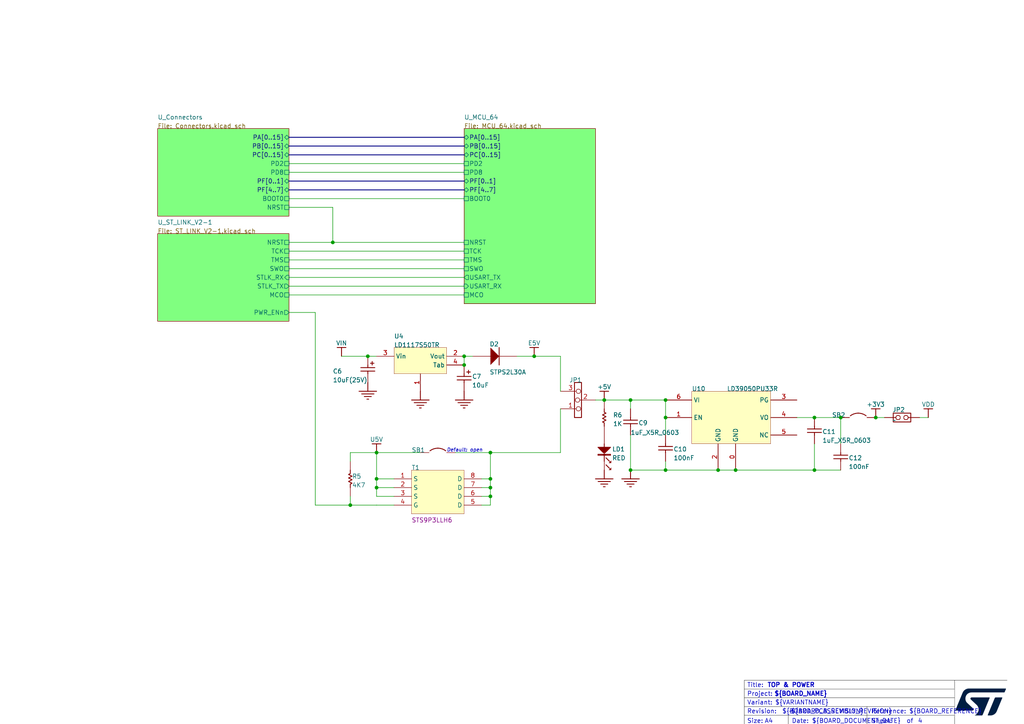
<source format=kicad_sch>
(kicad_sch (version 20231120) (generator "eeschema") (generator_version "8.0")
  (paper "A4")
  (title_block (title "TOP & POWER") (rev "C.3"))
  (lib_symbols
    (symbol "Project_Overview-altium-import:+3V3_BAR" (power)
      (property "Reference" "#PWR" (at 0 0 0))
      (property "Value" "+3V3" (at 0 3.81 0))
      (symbol "+3V3_BAR_0_0"
        (polyline (pts (xy -1.27 -2.54) (xy 1.27 -2.54)) (stroke (width 0.254)))
        (polyline (pts (xy 0 0) (xy 0 -2.54)) (stroke (width 0.254)))
        (pin power_in line (at 0 0 0) (length 0) hide (name "+3V3") (number ""))
      )
    )
    (symbol "Project_Overview-altium-import:+5V_BAR" (power)
      (property "Reference" "#PWR" (at 0 0 0))
      (property "Value" "+5V" (at 0 3.81 0))
      (symbol "+5V_BAR_0_0"
        (polyline (pts (xy -1.27 -2.54) (xy 1.27 -2.54)) (stroke (width 0.254)))
        (polyline (pts (xy 0 0) (xy 0 -2.54)) (stroke (width 0.254)))
        (pin power_in line (at 0 0 0) (length 0) hide (name "+5V") (number ""))
      )
    )
    (symbol "Project_Overview-altium-import:E5V_BAR" (power)
      (property "Reference" "#PWR" (at 0 0 0))
      (property "Value" "E5V" (at 0 3.81 0))
      (symbol "E5V_BAR_0_0"
        (polyline (pts (xy -1.27 -2.54) (xy 1.27 -2.54)) (stroke (width 0.254)))
        (polyline (pts (xy 0 0) (xy 0 -2.54)) (stroke (width 0.254)))
        (pin power_in line (at 0 0 0) (length 0) hide (name "E5V") (number ""))
      )
    )
    (symbol "Project_Overview-altium-import:GND_POWER_GROUND" (power)
      (property "Reference" "#PWR" (at 0 0 0))
      (property "Value" "GND" (at 0 6.35 0))
      (symbol "GND_POWER_GROUND_0_0"
        (polyline (pts (xy -2.54 -2.54) (xy 2.54 -2.54)) (stroke (width 0.254)))
        (polyline (pts (xy -1.778 -3.302) (xy 1.778 -3.302)) (stroke (width 0.254)))
        (polyline (pts (xy -1.016 -4.064) (xy 1.016 -4.064)) (stroke (width 0.254)))
        (polyline (pts (xy -0.254 -4.826) (xy 0.254 -4.826)) (stroke (width 0.254)))
        (polyline (pts (xy 0 0) (xy 0 -2.54)) (stroke (width 0.254)))
        (pin power_in line (at 0 0 0) (length 0) hide (name "GND") (number ""))
      )
    )
    (symbol "Project_Overview-altium-import:U5V_BAR" (power)
      (property "Reference" "#PWR" (at 0 0 0))
      (property "Value" "U5V" (at 0 3.81 0))
      (symbol "U5V_BAR_0_0"
        (polyline (pts (xy -1.27 -2.54) (xy 1.27 -2.54)) (stroke (width 0.254)))
        (polyline (pts (xy 0 0) (xy 0 -2.54)) (stroke (width 0.254)))
        (pin power_in line (at 0 0 0) (length 0) hide (name "U5V") (number ""))
      )
    )
    (symbol "Project_Overview-altium-import:U_Top_0_Circuit Breaker"
      (symbol "U_Top_0_Circuit Breaker_1_0"
        (arc (start 2.54 -1.27) (mid 1.3352 -1.4655) (end 0.254 -2.032) (stroke (width 0.254)))
        (arc (start 4.826 -2.032) (mid 3.7448 -1.4655) (end 2.54 -1.27) (stroke (width 0.254)))
        (pin passive line (at -2.54 -2.54 0) (length 2.54) (name "1") (number "1"))
        (pin passive line (at 7.62 -2.54 180) (length 2.54) (name "2") (number "2"))
      )
    )
    (symbol "Project_Overview-altium-import:U_Top_0_JP2"
      (symbol "U_Top_0_JP2_1_0"
        (polyline (pts (xy -2.54 1.27) (xy 2.54 1.27) (xy 2.54 -1.27) (xy -2.54 -1.27) (xy -2.54 1.27)) (stroke (width 0.254)))
        (pin passive inverted (at -5.08 0 0) (length 4.572) (name "COMMON") (number "1"))
        (pin passive inverted (at 5.08 0 180) (length 4.572) (name "NO") (number "2"))
      )
    )
    (symbol "Project_Overview-altium-import:U_Top_0_Jumper3"
      (symbol "U_Top_0_Jumper3_1_0"
        (polyline (pts (xy 1.016 0) (xy -1.016 0) (xy -1.016 -10.16) (xy 1.016 -10.16) (xy 1.016 0)) (stroke (width 0.254)))
        (pin passive inverted (at -5.08 -7.62 0) (length 5.842) (name "") (number "1"))
        (pin passive inverted (at 5.08 -5.08 180) (length 5.842) (name "") (number "2"))
        (pin passive inverted (at -5.08 -2.54 0) (length 5.842) (name "") (number "3"))
      )
    )
    (symbol "Project_Overview-altium-import:U_Top_0_LD1117_0"
      (symbol "U_Top_0_LD1117_0_1_0"
        (rectangle (start 7.62 2.54) (end -7.62 -5.08) (stroke (width 0.0254) (color 128 0 0 1)) (fill (type background)))
        (pin passive line (at 0 -10.16 90) (length 5.08) (name "") (number "1"))
        (pin power_in line (at 12.7 0 180) (length 5.08) (name "Vout") (number "2"))
        (pin input line (at -12.7 0 0) (length 5.08) (name "Vin") (number "3"))
        (pin power_in line (at 12.7 -2.54 180) (length 5.08) (name "Tab") (number "4"))
      )
    )
    (symbol "Project_Overview-altium-import:U_Top_0_LD39050P_0"
      (symbol "U_Top_0_LD39050P_0_1_0"
        (rectangle (start 22.86 0) (end 0 -15.24) (stroke (width 0.0254) (color 128 0 0 1)) (fill (type background)))
        (pin passive line (at 12.7 -22.86 90) (length 7.62) (name "GND") (number "0"))
        (pin passive line (at -7.62 -7.62 0) (length 7.62) (name "EN") (number "1"))
        (pin passive line (at 7.62 -22.86 90) (length 7.62) (name "GND") (number "2"))
        (pin passive line (at 30.48 -2.54 180) (length 7.62) (name "PG") (number "3"))
        (pin passive line (at 30.48 -7.62 180) (length 7.62) (name "VO") (number "4"))
        (pin passive line (at 30.48 -12.7 180) (length 7.62) (name "NC") (number "5"))
        (pin passive line (at -7.62 -2.54 0) (length 7.62) (name "VI") (number "6"))
      )
    )
    (symbol "Project_Overview-altium-import:U_Top_0_PHOTO_0"
      (symbol "U_Top_0_PHOTO_0_1_0"
        (polyline (pts (xy -1.778 -5.588) (xy -1.778 -5.842)) (stroke (width 0.254)))
        (polyline (pts (xy -1.27 -3.556) (xy -1.27 -4.064)) (stroke (width 0.254)))
        (polyline (pts (xy -1.016 -3.556) (xy -1.016 -4.318)) (stroke (width 0.254)))
        (polyline (pts (xy -0.762 -3.556) (xy -0.762 -4.572)) (stroke (width 0.254)))
        (polyline (pts (xy -0.508 -3.556) (xy -0.508 -4.826)) (stroke (width 0.254)))
        (polyline (pts (xy -0.254 -5.588) (xy -0.254 -5.842)) (stroke (width 0.254)))
        (polyline (pts (xy -0.254 -5.08) (xy -1.778 -3.556)) (stroke (width 0.254)))
        (polyline (pts (xy -0.254 -3.556) (xy -0.254 -5.08)) (stroke (width 0.254)))
        (polyline (pts (xy 0 -2.54) (xy 0 -7.62)) (stroke (width 0.254)))
        (polyline (pts (xy 0.254 -5.588) (xy 0.254 -5.842)) (stroke (width 0.254)))
        (polyline (pts (xy 0.254 -5.08) (xy -0.254 -5.08)) (stroke (width 0.254)))
        (polyline (pts (xy 0.254 -3.556) (xy 0.254 -5.08)) (stroke (width 0.254)))
        (polyline (pts (xy 0.508 -8.636) (xy 1.524 -9.652)) (stroke (width 0.254)))
        (polyline (pts (xy 0.508 -6.604) (xy 1.524 -7.62)) (stroke (width 0.254)))
        (polyline (pts (xy 0.508 -4.826) (xy -0.508 -4.826)) (stroke (width 0.254)))
        (polyline (pts (xy 0.508 -3.556) (xy 0.508 -4.826)) (stroke (width 0.254)))
        (polyline (pts (xy 0.762 -4.572) (xy -0.762 -4.572)) (stroke (width 0.254)))
        (polyline (pts (xy 0.762 -3.556) (xy 0.762 -4.572)) (stroke (width 0.254)))
        (polyline (pts (xy 1.016 -4.318) (xy -1.016 -4.318)) (stroke (width 0.254)))
        (polyline (pts (xy 1.016 -3.556) (xy 1.016 -4.318)) (stroke (width 0.254)))
        (polyline (pts (xy 1.27 -4.064) (xy -1.27 -4.064)) (stroke (width 0.254)))
        (polyline (pts (xy 1.27 -3.556) (xy 1.27 -4.064)) (stroke (width 0.254)))
        (polyline (pts (xy 1.524 -3.81) (xy -1.524 -3.81)) (stroke (width 0.254)))
        (polyline (pts (xy 1.778 -5.842) (xy -1.778 -5.842)) (stroke (width 0.254)))
        (polyline (pts (xy 1.778 -5.588) (xy -1.778 -5.588)) (stroke (width 0.254)))
        (polyline (pts (xy 1.778 -5.588) (xy 1.778 -5.842)) (stroke (width 0.254)))
        (polyline (pts (xy 1.778 -3.556) (xy -1.778 -3.556)) (stroke (width 0.254)))
        (polyline (pts (xy 1.778 -3.556) (xy 0.254 -5.08)) (stroke (width 0.254)))
        (polyline (pts (xy 2.032 -9.398) (xy 2.032 -10.16) (xy 1.27 -10.16) (xy 2.032 -9.398)) (stroke (width -0.0001)) (fill (type outline)))
        (polyline (pts (xy 2.032 -7.366) (xy 2.032 -8.128) (xy 1.27 -8.128) (xy 2.032 -7.366)) (stroke (width -0.0001)) (fill (type outline)))
        (pin passive line (at 0 0 270) (length 2.54) (name "") (number "1"))
        (pin passive line (at 0 -10.16 90) (length 2.54) (name "") (number "2"))
      )
    )
    (symbol "Project_Overview-altium-import:U_Top_0_STPS2L30A"
      (symbol "U_Top_0_STPS2L30A_1_0"
        (polyline (pts (xy 2.54 0) (xy 2.54 -5.08)) (stroke (width 0.254)))
        (polyline (pts (xy 0 -5.08) (xy 2.54 -2.54) (xy 0 0) (xy 0 -5.08)) (stroke (width -0.0001)) (fill (type outline)))
        (pin passive line (at -5.08 -2.54 0) (length 5.08) (name "A") (number "1"))
        (pin passive line (at 7.62 -2.54 180) (length 5.08) (name "K") (number "2"))
      )
    )
    (symbol "Project_Overview-altium-import:U_Top_0_TRANS_P-CHANNEL_STS9P3LLH6"
      (symbol "U_Top_0_TRANS_P-CHANNEL_STS9P3LLH6_1_0"
        (rectangle (start 15.214 -0.001) (end -0.026 -12.701) (stroke (width 0.0254) (color 128 0 0 1)) (fill (type background)))
        (pin passive line (at -5.106 -2.541 0) (length 5.08) (name "S") (number "1"))
        (pin passive line (at -5.106 -5.081 0) (length 5.08) (name "S") (number "2"))
        (pin passive line (at -5.106 -7.621 0) (length 5.08) (name "S") (number "3"))
        (pin passive line (at -5.106 -10.161 0) (length 5.08) (name "G") (number "4"))
        (pin passive line (at 20.294 -10.161 180) (length 5.08) (name "D") (number "5"))
        (pin passive line (at 20.294 -7.621 180) (length 5.08) (name "D") (number "6"))
        (pin passive line (at 20.32 -5.08 180) (length 5.08) (name "D") (number "7"))
        (pin passive line (at 20.294 -2.541 180) (length 5.08) (name "D") (number "8"))
      )
    )
    (symbol "Project_Overview-altium-import:U_Top_1_Capacitor_ST"
      (symbol "U_Top_1_Capacitor_ST_1_0"
        (polyline (pts (xy 0.508 1.778) (xy 4.572 1.778)) (stroke (width 0.254)))
        (polyline (pts (xy 2.54 0) (xy 2.54 0.762)) (stroke (width 0.254)))
        (polyline (pts (xy 2.54 2.54) (xy 2.54 1.778)) (stroke (width 0.254)))
        (polyline (pts (xy 4.572 0.762) (xy 0.508 0.762)) (stroke (width 0.254)))
        (pin passive line (at 2.54 -2.54 90) (length 2.54) (name "1") (number "1"))
        (pin passive line (at 2.54 5.08 270) (length 2.54) (name "2") (number "2"))
      )
    )
    (symbol "Project_Overview-altium-import:U_Top_1_Resistor_ST"
      (symbol "U_Top_1_Resistor_ST_1_0"
        (polyline (pts (xy 2.54 5.08) (xy 2.54 4.064) (xy 3.048 3.81) (xy 2.032 3.302) (xy 3.048 2.794) (xy 2.032 2.286) (xy 3.048 1.778) (xy 2.032 1.27) (xy 2.54 1.016) (xy 2.54 0)) (stroke (width 0.254)))
        (pin passive line (at 2.54 -2.54 90) (length 2.54) (name "1") (number "1"))
        (pin passive line (at 2.54 7.62 270) (length 2.54) (name "2") (number "2"))
      )
    )
    (symbol "Project_Overview-altium-import:U_Top_1_mirrored_Res1_0"
      (symbol "U_Top_1_mirrored_Res1_0_1_0"
        (polyline (pts (xy 2.54 -5.08) (xy 2.54 -4.064) (xy 3.048 -3.81) (xy 2.032 -3.302) (xy 3.048 -2.794) (xy 2.032 -2.286) (xy 3.048 -1.778) (xy 2.032 -1.27) (xy 2.54 -1.016) (xy 2.54 0)) (stroke (width 0.254)))
        (pin passive line (at 2.54 2.54 270) (length 2.54) (name "1") (number "1"))
        (pin passive line (at 2.54 -7.62 90) (length 2.54) (name "2") (number "2"))
      )
    )
    (symbol "Project_Overview-altium-import:U_Top_3_CAP SMD 0603  X5R 1µF 25V 10%"
      (symbol "U_Top_3_CAP SMD 0603  X5R 1µF 25V 10%_1_0"
        (polyline (pts (xy -2.032 -3.302) (xy 2.032 -3.302)) (stroke (width 0.254)))
        (polyline (pts (xy 0 -5.08) (xy 0 -4.318)) (stroke (width 0.254)))
        (polyline (pts (xy 0 -2.54) (xy 0 -3.302)) (stroke (width 0.254)))
        (polyline (pts (xy 2.032 -4.318) (xy -2.032 -4.318)) (stroke (width 0.254)))
        (pin passive line (at 0 0 270) (length 2.54) (name "1") (number "1"))
        (pin passive line (at 0 -7.62 90) (length 2.54) (name "2") (number "2"))
      )
    )
    (symbol "Project_Overview-altium-import:U_Top_3_Cap Pol1"
      (symbol "U_Top_3_Cap Pol1_1_0"
        (polyline (pts (xy -4.572 -1.778) (xy -0.508 -1.778)) (stroke (width 0.254)))
        (polyline (pts (xy -4.572 -0.762) (xy -0.508 -0.762)) (stroke (width 0.254)))
        (polyline (pts (xy -2.54 -2.54) (xy -2.54 -1.778)) (stroke (width 0.254)))
        (polyline (pts (xy -2.54 0) (xy -2.54 -0.762)) (stroke (width 0.254)))
        (polyline (pts (xy -1.778 0.508) (xy -0.762 0.508)) (stroke (width 0.254)))
        (polyline (pts (xy -1.27 0) (xy -1.27 1.016)) (stroke (width 0.254)))
        (pin passive line (at -2.54 2.54 270) (length 2.54) (name "1") (number "1"))
        (pin passive line (at -2.54 -5.08 90) (length 2.54) (name "2") (number "2"))
      )
    )
    (symbol "Project_Overview-altium-import:VDD_BAR" (power)
      (property "Reference" "#PWR" (at 0 0 0))
      (property "Value" "VDD" (at 0 3.81 0))
      (symbol "VDD_BAR_0_0"
        (polyline (pts (xy -1.27 -2.54) (xy 1.27 -2.54)) (stroke (width 0.254)))
        (polyline (pts (xy 0 0) (xy 0 -2.54)) (stroke (width 0.254)))
        (pin power_in line (at 0 0 0) (length 0) hide (name "VDD") (number ""))
      )
    )
    (symbol "Project_Overview-altium-import:VIN_BAR" (power)
      (property "Reference" "#PWR" (at 0 0 0))
      (property "Value" "VIN" (at 0 3.81 0))
      (symbol "VIN_BAR_0_0"
        (polyline (pts (xy -1.27 -2.54) (xy 1.27 -2.54)) (stroke (width 0.254)))
        (polyline (pts (xy 0 0) (xy 0 -2.54)) (stroke (width 0.254)))
        (pin power_in line (at 0 0 0) (length 0) hide (name "VIN") (number ""))
      )
    )
  )
  (junction (at 134.62 103.3272))
  (junction (at 213.36 136.3472))
  (junction (at 182.88 136.3472))
  (junction (at 109.22 141.4282))
  (junction (at 193.04 121.1072))
  (junction (at 154.94 103.3272))
  (junction (at 106.68 103.3272))
  (junction (at 142.24 143.9682))
  (junction (at 96.52 70.3072))
  (junction (at 142.24 138.8882))
  (junction (at 142.24 141.4272))
  (junction (at 236.22 136.3472))
  (junction (at 101.6 146.5072))
  (junction (at 109.22 138.8872))
  (junction (at 193.04 116.0272))
  (junction (at 134.62 105.8672))
  (junction (at 182.88 116.0272))
  (junction (at 236.22 121.1072))
  (junction (at 142.24 131.2672))
  (junction (at 254 121.1072))
  (junction (at 208.28 136.3472))
  (junction (at 175.26 116.0272))
  (junction (at 193.04 136.3472))
  (junction (at 243.84 121.1072))
  (junction (at 109.22 131.2672))
  (polyline (pts (xy 228.6 207.4672) (xy 228.6 210.0072)) (stroke (width 0.0254) (type solid) (color 0 0 0 1)))
  (wire (pts (xy 109.22 143.9682) (xy 114.274 143.9682)))
  (wire (pts (xy 83.82 85.5472) (xy 134.62 85.5472)))
  (polyline (pts (xy 251.46 204.9272) (xy 251.46 210.0072)) (stroke (width 0.0254) (type solid) (color 0 0 0 1)))
  (bus (pts (xy 83.82 39.8272) (xy 134.62 39.8272)) (stroke (width 0.254)))
  (wire (pts (xy 83.82 47.4472) (xy 134.62 47.4472)))
  (wire (pts (xy 142.24 131.2672) (xy 162.56 131.2672)))
  (wire (pts (xy 109.22 138.8872) (xy 109.22 141.4282)))
  (wire (pts (xy 134.62 103.3272) (xy 137.16 103.3272)))
  (wire (pts (xy 91.44 90.6272) (xy 91.44 146.5072)))
  (bus (pts (xy 83.82 42.3672) (xy 134.62 42.3672)) (stroke (width 0.254)))
  (wire (pts (xy 101.6 143.9672) (xy 101.6 146.5072)))
  (wire (pts (xy 91.44 146.5072) (xy 101.6 146.5072)))
  (wire (pts (xy 101.6 146.5072) (xy 109.22 146.5072)))
  (wire (pts (xy 142.24 146.5082) (xy 139.674 146.5082)))
  (wire (pts (xy 99.06 103.3272) (xy 106.68 103.3272)))
  (wire (pts (xy 142.24 138.8882) (xy 142.24 141.4272)))
  (wire (pts (xy 106.68 103.3272) (xy 109.22 103.3272)))
  (polyline (pts (xy 292.1 197.3072) (xy 215.9 197.3072)) (stroke (width 0.0254) (type solid) (color 0 0 0 1)))
  (wire (pts (xy 193.04 121.1072) (xy 193.04 116.0272)))
  (bus (pts (xy 83.82 52.5272) (xy 134.62 52.5272)) (stroke (width 0.254)))
  (wire (pts (xy 142.24 143.9682) (xy 142.24 146.5082)))
  (wire (pts (xy 83.82 60.1472) (xy 96.52 60.1472)))
  (wire (pts (xy 236.22 128.7272) (xy 236.22 136.3472)))
  (wire (pts (xy 142.24 143.9682) (xy 139.674 143.9682)))
  (wire (pts (xy 83.82 83.0072) (xy 134.62 83.0072)))
  (wire (pts (xy 162.56 131.2672) (xy 162.56 118.5672)))
  (wire (pts (xy 83.82 77.9272) (xy 134.62 77.9272)))
  (wire (pts (xy 109.22 146.5082) (xy 114.274 146.5082)))
  (wire (pts (xy 109.22 146.5072) (xy 109.22 146.5082)))
  (wire (pts (xy 109.22 141.4282) (xy 114.274 141.4282)))
  (wire (pts (xy 193.04 136.3472) (xy 208.28 136.3472)))
  (wire (pts (xy 243.84 128.7272) (xy 243.84 121.1072)))
  (wire (pts (xy 193.04 116.0272) (xy 182.88 116.0272)))
  (wire (pts (xy 236.22 121.1072) (xy 231.14 121.1072)))
  (wire (pts (xy 83.82 80.4672) (xy 134.62 80.4672)))
  (polyline (pts (xy 276.86 197.3072) (xy 276.86 210.0072)) (stroke (width 0.0254) (type solid) (color 0 0 0 1)))
  (wire (pts (xy 175.26 116.0272) (xy 172.72 116.0272)))
  (wire (pts (xy 83.82 49.9872) (xy 134.62 49.9872)))
  (wire (pts (xy 154.94 103.3272) (xy 149.86 103.3272)))
  (wire (pts (xy 132.08 131.2672) (xy 142.24 131.2672)))
  (wire (pts (xy 83.82 72.8472) (xy 134.62 72.8472)))
  (wire (pts (xy 109.22 131.2672) (xy 121.92 131.2672)))
  (wire (pts (xy 109.22 138.8872) (xy 114.274 138.8882)))
  (wire (pts (xy 96.52 60.1472) (xy 96.52 70.3072)))
  (wire (pts (xy 96.52 70.3072) (xy 134.62 70.3072)))
  (wire (pts (xy 193.04 136.3472) (xy 193.04 133.8072)))
  (wire (pts (xy 142.24 131.2672) (xy 142.24 138.8882)))
  (wire (pts (xy 109.22 131.2672) (xy 109.22 138.8872)))
  (wire (pts (xy 101.6 133.8072) (xy 101.6 131.2672)))
  (polyline (pts (xy 215.9 204.9272) (xy 276.86 204.9272)) (stroke (width 0.0254) (type solid) (color 0 0 0 1)))
  (wire (pts (xy 243.84 121.1072) (xy 236.22 121.1072)))
  (wire (pts (xy 139.674 138.8882) (xy 142.24 138.8882)))
  (wire (pts (xy 162.56 113.4872) (xy 162.56 103.3272)))
  (wire (pts (xy 83.82 75.3872) (xy 134.62 75.3872)))
  (wire (pts (xy 83.82 57.6072) (xy 134.62 57.6072)))
  (wire (pts (xy 236.22 136.3472) (xy 243.84 136.3472)))
  (wire (pts (xy 269.24 121.1072) (xy 266.7 121.1072)))
  (wire (pts (xy 213.36 136.3472) (xy 236.22 136.3472)))
  (wire (pts (xy 142.24 141.4272) (xy 142.24 143.9682)))
  (bus (pts (xy 83.82 55.0672) (xy 134.62 55.0672)) (stroke (width 0.254)))
  (wire (pts (xy 142.24 141.4272) (xy 139.7 141.4272)))
  (wire (pts (xy 101.6 131.2672) (xy 109.22 131.2672)))
  (polyline (pts (xy 215.9 207.4672) (xy 276.86 207.4672)) (stroke (width 0.0254) (type solid) (color 0 0 0 1)))
  (wire (pts (xy 256.54 121.1072) (xy 254 121.1072)))
  (wire (pts (xy 83.82 70.3072) (xy 96.52 70.3072)))
  (wire (pts (xy 182.88 136.3472) (xy 193.04 136.3472)))
  (polyline (pts (xy 215.9 197.3072) (xy 215.9 210.0072)) (stroke (width 0.0254) (type solid) (color 0 0 0 1)))
  (wire (pts (xy 134.62 105.8672) (xy 134.62 103.3272)))
  (wire (pts (xy 109.22 141.4282) (xy 109.22 143.9682)))
  (wire (pts (xy 83.82 90.6272) (xy 91.44 90.6272)))
  (wire (pts (xy 182.88 116.0272) (xy 182.88 118.5672)))
  (wire (pts (xy 193.04 126.1872) (xy 193.04 121.1072)))
  (bus (pts (xy 83.82 44.9072) (xy 134.62 44.9072)) (stroke (width 0.254)))
  (wire (pts (xy 162.56 103.3272) (xy 154.94 103.3272)))
  (wire (pts (xy 208.28 136.3472) (xy 213.36 136.3472)))
  (wire (pts (xy 182.88 126.1872) (xy 182.88 136.3472)))
  (polyline (pts (xy 276.86 199.8472) (xy 215.9 199.8472)) (stroke (width 0.0254) (type solid) (color 0 0 0 1)))
  (polyline (pts (xy 215.9 202.3872) (xy 276.86 202.3872)) (stroke (width 0.0254) (type solid) (color 0 0 0 1)))
  (wire (pts (xy 182.88 116.0272) (xy 175.26 116.0272)))
  (image (at 284.442 203.6397) (scale 0.173094))
  (text "Reference:" (at 252.73 207.2132 0) (effects (font (size 1.27 1.27)) (justify left bottom)))
  (text "of" (at 262.89 210.0072 0) (effects (font (size 1.27 1.27)) (justify left bottom)))
  (text "${TITLE}" (at 222.504 199.5932 0) (effects (font (size 1.27 1.27) (thickness 0.254) (bold yes)) (justify left bottom)))
  (text "${BOARD_DOCUMENT_DATE}" (at 235.458 210.0072 0) (effects (font (size 1.27 1.27)) (justify left bottom)))
  (text "Date:" (at 229.616 210.0072 0) (effects (font (size 1.27 1.27)) (justify left bottom)))
  (text "${#}" (at 259.588 210.0072 0) (effects (font (size 1.27 1.27)) (justify left bottom)))
  (text "A4" (at 221.742 210.0072 0) (effects (font (size 1.27 1.27)) (justify left bottom)))
  (text "Title:" (at 216.662 199.5932 0) (effects (font (size 1.27 1.27)) (justify left bottom)))
  (text "${BOARD_ASSEMBLY_REVISION}" (at 229.362 207.2132 0) (effects (font (size 1.27 1.27)) (justify left bottom)))
  (text "-" (at 228.6 207.2132 0) (effects (font (size 1.27 1.27)) (justify left bottom)))
  (text "Default: open" (at 129.54 131.2672 0) (effects (font (size 1.016 1.016) (italic yes)) (justify left bottom)))
  (text "Variant:" (at 216.662 204.6732 0) (effects (font (size 1.27 1.27)) (justify left bottom)))
  (text "${BOARD_REFERENCE}" (at 263.652 207.2132 0) (effects (font (size 1.27 1.27)) (justify left bottom)))
  (text "${BOARD_PCB_REVISION}" (at 226.822 207.2132 0) (effects (font (size 1.27 1.27)) (justify left bottom)))
  (text "Sheet:" (at 252.73 210.0072 0) (effects (font (size 1.27 1.27)) (justify left bottom)))
  (text "${##}" (at 266.192 210.0072 0) (effects (font (size 1.27 1.27)) (justify left bottom)))
  (text "Size:" (at 216.662 210.0072 0) (effects (font (size 1.27 1.27)) (justify left bottom)))
  (text "${VARIANTNAME}" (at 224.79 204.6732 0) (effects (font (size 1.27 1.27)) (justify left bottom)))
  (text "Project:" (at 216.662 202.1332 0) (effects (font (size 1.27 1.27)) (justify left bottom)))
  (text "${BOARD_NAME}" (at 224.536 202.1332 0) (effects (font (size 1.27 1.27) (thickness 0.254) (bold yes)) (justify left bottom)))
  (text "Revision:" (at 216.662 207.2132 0) (effects (font (size 1.27 1.27)) (justify left bottom)))
  (symbol (lib_id "Project_Overview-altium-import:U_Top_1_Capacitor_ST") (at 241.3 133.8072 0) (unit 1)
    (property "Reference" "C12" (at 246.126 133.5532 0) (effects (justify left bottom)))
    (property "Value" "100nF" (at 246.126 136.0932 0) (effects (justify left bottom)))
    (property "Footprint" "0603C" (effects (hide yes)))
    (property "Description" "Capacitor 0402 / 0603 / 0805" (effects (hide yes)))
    (property "REVISION" "July-2002: Re-released for DXP Platform." (effects (hide yes)))
    (property "ALTIUM_VALUE" "100nF" (effects (hide yes)))
  )
  (symbol (lib_id "Project_Overview-altium-import:U5V_BAR") (at 109.22 131.2672 180) (unit 1)
    (property "Reference" "#PWR038" (effects (hide yes)))
    (property "Value" "U5V" (at 109.22 127.4572 0))
  )
  (symbol (lib_id "Project_Overview-altium-import:U_Top_0_LD1117_0") (at 121.92 103.3272 0) (unit 1)
    (property "Reference" "U4" (at 114.3 98.2472 0) (effects (justify left bottom)))
    (property "Value" "LD1117S50TR" (at 114.3 100.7872 0) (effects (justify left bottom)))
    (property "Footprint" "SOT-223" (effects (hide yes)))
  )
  (symbol (lib_id "Project_Overview-altium-import:U_Top_1_Resistor_ST") (at 172.72 123.6472 0) (unit 1)
    (property "Reference" "R6" (at 177.8 121.1072 0) (effects (justify left bottom)))
    (property "Value" "1K" (at 177.8 123.6472 0) (effects (justify left bottom)))
    (property "Footprint" "0603R" (effects (hide yes)))
    (property "Description" "Resistor 0402 / 0603 / 0805" (effects (hide yes)))
    (property "ALTIUM_VALUE" "10K" (effects (hide yes)))
  )
  (symbol (lib_id "Project_Overview-altium-import:U_Top_0_PHOTO_0") (at 175.26 126.1872 0) (unit 1)
    (property "Reference" "LD1" (at 177.546 131.0132 0) (effects (justify left bottom)))
    (property "Value" "RED" (at 177.546 133.5532 0) (effects (justify left bottom)))
    (property "Footprint" "0603D" (effects (hide yes)))
  )
  (symbol (lib_id "Project_Overview-altium-import:E5V_BAR") (at 154.94 103.3272 180) (unit 1)
    (property "Reference" "#PWR041" (effects (hide yes)))
    (property "Value" "E5V" (at 154.94 99.5172 0))
  )
  (symbol (lib_id "Project_Overview-altium-import:GND_POWER_GROUND") (at 134.62 113.4872 0) (unit 1)
    (property "Reference" "#PWR040" (effects (hide yes)))
    (property "Value" "GND" (effects (hide yes)))
  )
  (symbol (lib_id "Project_Overview-altium-import:U_Top_3_Cap Pol1") (at 137.16 108.4072 0) (unit 1)
    (property "Reference" "C7" (at 136.906 109.9312 0) (effects (justify left bottom)))
    (property "Value" "10uF" (at 136.906 112.4712 0) (effects (justify left bottom)))
    (property "Footprint" "TAN-A" (effects (hide yes)))
    (property "Description" "Polarized Capacitor (Radial)" (effects (hide yes)))
    (property "PUBLISHED" "8-Jun-2000" (effects (hide yes)))
    (property "REVISION" "July-2002: Re-released for DXP Platform." (effects (hide yes)))
    (property "PUBLISHER" "Altium Limited" (effects (hide yes)))
    (property "ALTIUM_VALUE" "10uF" (effects (hide yes)))
  )
  (symbol (lib_id "Project_Overview-altium-import:U_Top_1_mirrored_Res1_0") (at 99.06 136.3472 0) (unit 1)
    (property "Reference" "R5" (at 102.108 138.8872 0) (effects (justify left bottom)))
    (property "Value" "4K7" (at 102.108 141.4272 0) (effects (justify left bottom)))
    (property "Footprint" "0603R" (effects (hide yes)))
    (property "Description" "Resistor" (effects (hide yes)))
    (property "PUBLISHED" "8-Jun-2000" (effects (hide yes)))
    (property "REVISION" "July-2002: Re-released for DXP Platform." (effects (hide yes)))
    (property "PUBLISHER" "Altium Limited" (effects (hide yes)))
    (property "ALTIUM_VALUE" "1K" (effects (hide yes)))
  )
  (symbol (lib_id "Project_Overview-altium-import:U_Top_0_JP2") (at 261.62 121.1072 0) (unit 1)
    (property "Reference" "JP2" (at 258.826 119.5832 0) (effects (justify left bottom)))
    (property "Value" "~" (at 258.826 122.6312 0) (effects (justify left bottom)))
    (property "Footprint" "SIP2/2.54" (effects (hide yes)))
  )
  (symbol (lib_id "Project_Overview-altium-import:U_Top_0_Circuit Breaker") (at 246.38 118.5672 0) (unit 1)
    (property "Reference" "SB2" (at 241.3 121.1072 0) (effects (justify left bottom)))
    (property "Value" "Circuit Breaker" (effects (hide yes)))
    (property "Footprint" "JP2_SMD" (effects (hide yes)))
    (property "Description" "Circuit Breaker" (effects (hide yes)))
    (property "PUBLISHED" "24-Mar-1999" (effects (hide yes)))
    (property "REVISION" "July-2002: Re-released for DXP Platform." (effects (hide yes)))
    (property "PUBLISHER" "Altium Limited" (effects (hide yes)))
    (property "SOLDER" "NO" (effects (hide yes)))
  )
  (symbol (lib_id "Project_Overview-altium-import:GND_POWER_GROUND") (at 106.68 110.9472 0) (unit 1)
    (property "Reference" "#PWR037" (effects (hide yes)))
    (property "Value" "GND" (effects (hide yes)))
  )
  (symbol (lib_id "Project_Overview-altium-import:VIN_BAR") (at 99.06 103.3272 180) (unit 1)
    (property "Reference" "#PWR035" (effects (hide yes)))
    (property "Value" "VIN" (at 99.06 99.5172 0))
  )
  (symbol (lib_id "Project_Overview-altium-import:U_Top_3_CAP SMD 0603  X5R 1µF 25V 10%") (at 182.88 118.5672 0) (unit 1)
    (property "Reference" "C9" (at 185.166 123.3932 0) (effects (justify left bottom)))
    (property "Value" "1uF_X5R_0603" (at 182.88 126.1872 0) (effects (justify left bottom)))
    (property "Footprint" "0603C" (effects (hide yes)))
    (property "Description" "0603  X5R 1µF" (effects (hide yes)))
    (property "MANUFACTURER" "*" (effects (hide yes)))
    (property "MANUFACTURER P/N" "*" (effects (hide yes)))
    (property "ORDER CODE FARNELL" "1288202RL" (effects (hide yes)))
    (property "ALTIUM_VALUE" "1µF" (effects (hide yes)))
    (property "RATED VOLTAGE" "25V" (effects (hide yes)))
    (property "TOLERANCE" "10%" (effects (hide yes)))
    (property "POWER" "*" (effects (hide yes)))
    (property "TECHNOLOGY" "X5R" (effects (hide yes)))
    (property "TEMPERATURE  FACTOR" "*" (effects (hide yes)))
    (property "TEMPERATURE MAX" "+125°C" (effects (hide yes)))
    (property "TEMPERATURE MIN" "-55°C" (effects (hide yes)))
    (property "STS CODE" "*" (effects (hide yes)))
  )
  (symbol (lib_id "Project_Overview-altium-import:+5V_BAR") (at 175.26 116.0272 180) (unit 1)
    (property "Reference" "#PWR044" (effects (hide yes)))
    (property "Value" "+5V" (at 175.26 112.2172 0))
  )
  (symbol (lib_id "Project_Overview-altium-import:U_Top_0_STPS2L30A") (at 142.24 100.7872 0) (unit 1)
    (property "Reference" "D2" (at 141.986 100.5332 0) (effects (justify left bottom)))
    (property "Value" "STPS2L30A" (at 141.986 108.6612 0) (effects (justify left bottom)))
    (property "Footprint" "SMA" (effects (hide yes)))
    (property "Description" "STPS2L30A" (effects (hide yes)))
    (property "REVISION" "July-2002: Re-released for DXP Platform." (effects (hide yes)))
    (property "PROVIDED" "ST" (effects (hide yes)))
    (property "ORDER" "BAT60JFILM" (effects (hide yes)))
    (property "MANUF_PART_1" "BAT60JFILM" (effects (hide yes)))
    (property "MANUF_1" "STM" (effects (hide yes)))
    (property "DISTRIB" "ST" (effects (hide yes)))
    (property "ECCN_US/EU" "EAR99/NEC" (effects (hide yes)))
  )
  (symbol (lib_id "Project_Overview-altium-import:GND_POWER_GROUND") (at 121.92 113.4872 0) (unit 1)
    (property "Reference" "#PWR039" (effects (hide yes)))
    (property "Value" "GND" (effects (hide yes)))
  )
  (symbol (lib_id "Project_Overview-altium-import:U_Top_0_Jumper3") (at 167.64 110.9472 0) (unit 1)
    (property "Reference" "JP1" (at 165.1 110.9472 0) (effects (justify left bottom)))
    (property "Footprint" "SIP3" (effects (hide yes)))
  )
  (symbol (lib_id "Project_Overview-altium-import:U_Top_0_TRANS_P-CHANNEL_STS9P3LLH6") (at 119.38 136.3472 0) (unit 1)
    (property "Reference" "T1" (at 119.354 136.3482 0) (effects (justify left bottom)))
    (property "Value" "TRANS_P-CHANNEL_STS9P3LLH6" (effects (hide yes)))
    (property "Footprint" "ICC_SO8_5X4_P127" (effects (hide yes)))
    (property "Description" "Transistor, MOSFET, P-CH, -30V, -9A, SO-8" (effects (hide yes)))
    (property "INTERNAL_PART_NUMBER" "MCD-02507" (effects (hide yes)))
    (property "ALTIUM_VALUE" "STS9P3LLH6" (at 119.354 151.5882 0) (effects (justify left bottom)))
    (property "STATUS" "Released" (effects (hide yes)))
    (property "PART_TYPE" "Transistor" (effects (hide yes)))
    (property "PART_PREFERENCE" "Recommended" (effects (hide yes)))
    (property "MANUFACTURER" "STMICROELECTRONICS" (effects (hide yes)))
    (property "MANUFACTURER_PART_NUMBER" "STS9P3LLH6" (effects (hide yes)))
    (property "PACKAGE" "SO-8" (effects (hide yes)))
    (property "COMPONENTLINK1URL" "http://tunmcdsvn.tun.st.com/Component_Documentation_Library/Trunk/Transistor/STMICROELECTRONICS_STS9P3LLH6/" (effects (hide yes)))
    (property "ORDER_CODE_DIGIKEY" "STS9P3LLH6-ND" (effects (hide yes)))
    (property "ORDER_CODE_FARNELL" "2807224" (effects (hide yes)))
    (property "ORDER_CODE_RS" "N/A" (effects (hide yes)))
    (property "COMPONENT_COUNTRY_OF_ORIGIN" "China" (effects (hide yes)))
    (property "SHOWFIELDS" "YES" (effects (hide yes)))
    (property "ID" "4613" (effects (hide yes)))
  )
  (symbol (lib_id "Project_Overview-altium-import:U_Top_0_Circuit Breaker") (at 124.46 128.7272 0) (unit 1)
    (property "Reference" "SB1" (at 119.38 131.2672 0) (effects (justify left bottom)))
    (property "Value" "Circuit Breaker" (effects (hide yes)))
    (property "Footprint" "JP2_SMD" (effects (hide yes)))
    (property "Description" "Circuit Breaker" (effects (hide yes)))
    (property "PUBLISHED" "24-Mar-1999" (effects (hide yes)))
    (property "REVISION" "July-2002: Re-released for DXP Platform." (effects (hide yes)))
    (property "PUBLISHER" "Altium Limited" (effects (hide yes)))
    (property "SOLDER" "NO" (effects (hide yes)))
  )
  (symbol (lib_id "Project_Overview-altium-import:U_Top_0_LD39050P_0") (at 200.66 113.4872 0) (unit 1)
    (property "Reference" "U10" (at 200.66 113.4872 0) (effects (justify left bottom)))
    (property "Value" "LD39050PU33R" (at 210.82 113.4872 0) (effects (justify left bottom)))
    (property "Footprint" "DFN6(3X3)" (effects (hide yes)))
  )
  (symbol (lib_id "Project_Overview-altium-import:+3V3_BAR") (at 254 121.1072 180) (unit 1)
    (property "Reference" "#PWR052" (effects (hide yes)))
    (property "Value" "+3V3" (at 254 117.2972 0))
  )
  (symbol (lib_id "Project_Overview-altium-import:U_Top_3_CAP SMD 0603  X5R 1µF 25V 10%") (at 236.22 121.1072 0) (unit 1)
    (property "Reference" "C11" (at 238.506 125.9332 0) (effects (justify left bottom)))
    (property "Value" "1uF_X5R_0603" (at 238.506 128.4732 0) (effects (justify left bottom)))
    (property "Footprint" "0603C" (effects (hide yes)))
    (property "Description" "0603  X5R 1µF" (effects (hide yes)))
    (property "MANUFACTURER" "*" (effects (hide yes)))
    (property "MANUFACTURER P/N" "*" (effects (hide yes)))
    (property "ORDER CODE FARNELL" "1288202RL" (effects (hide yes)))
    (property "ALTIUM_VALUE" "1µF" (effects (hide yes)))
    (property "RATED VOLTAGE" "25V" (effects (hide yes)))
    (property "TOLERANCE" "10%" (effects (hide yes)))
    (property "POWER" "*" (effects (hide yes)))
    (property "TECHNOLOGY" "X5R" (effects (hide yes)))
    (property "TEMPERATURE  FACTOR" "*" (effects (hide yes)))
    (property "TEMPERATURE MAX" "+125°C" (effects (hide yes)))
    (property "TEMPERATURE MIN" "-55°C" (effects (hide yes)))
    (property "STS CODE" "*" (effects (hide yes)))
  )
  (symbol (lib_id "Project_Overview-altium-import:U_Top_1_Capacitor_ST") (at 190.5 131.2672 0) (unit 1)
    (property "Reference" "C10" (at 195.326 131.0132 0) (effects (justify left bottom)))
    (property "Value" "100nF" (at 195.326 133.5532 0) (effects (justify left bottom)))
    (property "Footprint" "0603C" (effects (hide yes)))
    (property "Description" "Capacitor 0402 / 0603 / 0805" (effects (hide yes)))
    (property "REVISION" "July-2002: Re-released for DXP Platform." (effects (hide yes)))
    (property "ALTIUM_VALUE" "100nF" (effects (hide yes)))
  )
  (symbol (lib_id "Project_Overview-altium-import:VDD_BAR") (at 269.24 121.1072 180) (unit 1)
    (property "Reference" "#PWR053" (effects (hide yes)))
    (property "Value" "VDD" (at 269.24 117.2972 0))
  )
  (symbol (lib_id "Project_Overview-altium-import:GND_POWER_GROUND") (at 175.26 136.3472 0) (unit 1)
    (property "Reference" "#PWR049" (effects (hide yes)))
    (property "Value" "GND" (effects (hide yes)))
  )
  (symbol (lib_id "Project_Overview-altium-import:U_Top_3_Cap Pol1") (at 109.22 105.8672 0) (unit 1)
    (property "Reference" "C6" (at 96.52 108.4072 0) (effects (justify left bottom)))
    (property "Value" "10uF(25V)" (at 96.52 110.9472 0) (effects (justify left bottom)))
    (property "Footprint" "TAN-B" (effects (hide yes)))
    (property "Description" "Polarized Capacitor (Radial)" (effects (hide yes)))
    (property "PUBLISHED" "8-Jun-2000" (effects (hide yes)))
    (property "REVISION" "July-2002: Re-released for DXP Platform." (effects (hide yes)))
    (property "PUBLISHER" "Altium Limited" (effects (hide yes)))
    (property "ALTIUM_VALUE" "10uF" (effects (hide yes)))
  )
  (symbol (lib_id "Project_Overview-altium-import:GND_POWER_GROUND") (at 182.88 136.3472 0) (unit 1)
    (property "Reference" "#PWR050" (effects (hide yes)))
    (property "Value" "GND" (effects (hide yes)))
  )
  (sheet (at 45.72 67.7672) (size 38.1 25.4) (stroke (width 0) (color 128 0 0 1)) (fill (color 128 255 128 1.0000))
    (property "Sheetname" "U_ST_LINK_V2-1" (at 45.72 65.2272 0) (effects (justify left bottom)))
    (property "Sheetfile" "ST_LINK_V2-1.kicad_sch" (at 45.72 67.7672 0) (effects (justify left bottom)))
    (pin "TMS" passive (at 83.82 75.3872 0))
    (pin "TCK" passive (at 83.82 72.8472 0))
    (pin "MCO" passive (at 83.82 85.5472 0))
    (pin "NRST" passive (at 83.82 70.3072 0))
    (pin "STLK_RX" input (at 83.82 80.4672 0))
    (pin "STLK_TX" output (at 83.82 83.0072 0))
    (pin "SWO" passive (at 83.82 77.9272 0))
    (pin "PWR_ENn" output (at 83.82 90.6272 0))
  )
  (sheet (at 45.72 37.2872) (size 38.1 25.4) (stroke (width 0) (color 128 0 0 1)) (fill (color 128 255 128 1.0000))
    (property "Sheetname" "U_Connectors" (at 45.72 34.7472 0) (effects (justify left bottom)))
    (property "Sheetfile" "Connectors.kicad_sch" (at 45.72 37.2872 0) (effects (justify left bottom)))
    (pin "PA[0..15]" bidirectional (at 83.82 39.8272 0))
    (pin "PB[0..15]" bidirectional (at 83.82 42.3672 0))
    (pin "PC[0..15]" bidirectional (at 83.82 44.9072 0))
    (pin "PF[4..7]" bidirectional (at 83.82 55.0672 0))
    (pin "PD2" passive (at 83.82 47.4472 0))
    (pin "PD8" passive (at 83.82 49.9872 0))
    (pin "PF[0..1]" bidirectional (at 83.82 52.5272 0))
    (pin "NRST" passive (at 83.82 60.1472 0))
    (pin "BOOT0" passive (at 83.82 57.6072 0))
  )
  (sheet (at 134.62 37.2872) (size 38.1 50.8) (stroke (width 0) (color 128 0 0 1)) (fill (color 128 255 128 1.0000))
    (property "Sheetname" "U_MCU_64" (at 134.62 34.7472 0) (effects (justify left bottom)))
    (property "Sheetfile" "MCU_64.kicad_sch" (at 134.62 37.2872 0) (effects (justify left bottom)))
    (pin "NRST" passive (at 134.62 70.3072 180))
    (pin "MCO" passive (at 134.62 85.5472 180))
    (pin "USART_RX" input (at 134.62 83.0072 180))
    (pin "USART_TX" output (at 134.62 80.4672 180))
    (pin "PA[0..15]" bidirectional (at 134.62 39.8272 180))
    (pin "PB[0..15]" bidirectional (at 134.62 42.3672 180))
    (pin "PC[0..15]" bidirectional (at 134.62 44.9072 180))
    (pin "PF[4..7]" bidirectional (at 134.62 55.0672 180))
    (pin "PD2" passive (at 134.62 47.4472 180))
    (pin "TCK" passive (at 134.62 72.8472 180))
    (pin "TMS" passive (at 134.62 75.3872 180))
    (pin "SWO" passive (at 134.62 77.9272 180))
    (pin "PD8" passive (at 134.62 49.9872 180))
    (pin "PF[0..1]" bidirectional (at 134.62 52.5272 180))
    (pin "BOOT0" passive (at 134.62 57.6072 180))
  )
)
</source>
